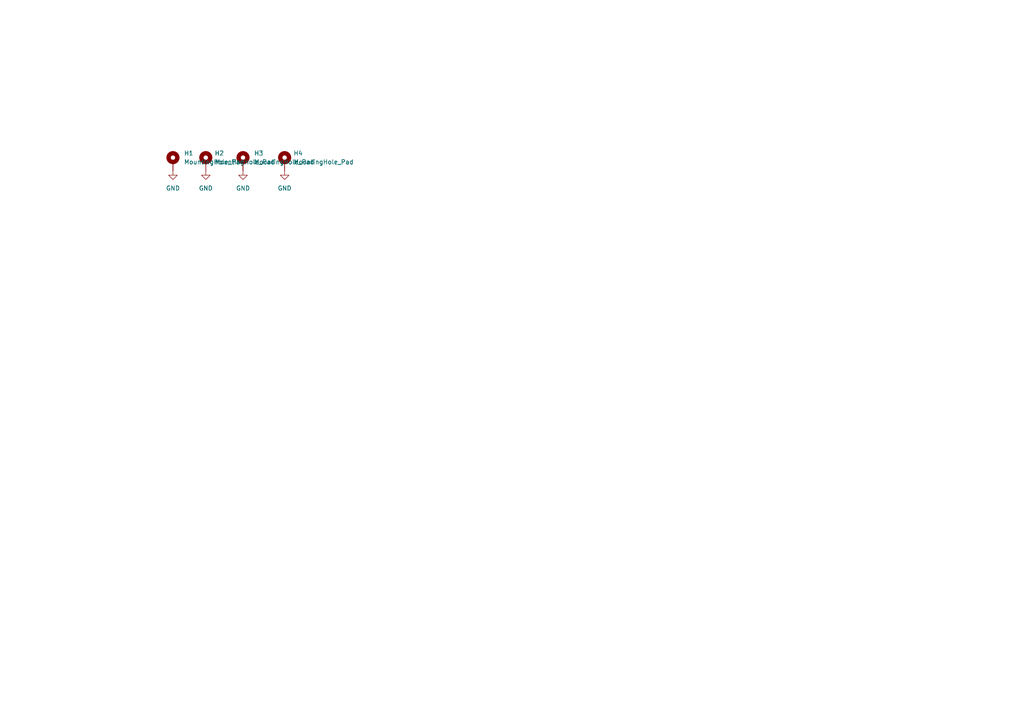
<source format=kicad_sch>
(kicad_sch (version 20211123) (generator eeschema)
  (paper "A4")
  (lib_symbols
    (symbol "Mechanical:MountingHole_Pad" (pin_numbers hide) (pin_names (offset 1.016) hide)
      (property "Reference" "H" (at 0 6.35 0))
      (property "Value" "MountingHole_Pad" (at 0 4.445 0))
      (symbol "MountingHole_Pad_0_1"
        (circle (center 0 1.27) (radius 1.27) (stroke (width 1.27)))
      )
      (symbol "MountingHole_Pad_1_1"
        (pin input line (at 0 -2.54 90) (length 2.54) (name "1") (number "1"))
      )
    )
    (symbol "power:GND" (power) (pin_names (offset 0))
      (property "Value" "GND" (at 0 -3.81 0))
      (symbol "GND_0_1"
        (polyline (pts (xy 0 0) (xy 0 -1.27) (xy 1.27 -1.27) (xy 0 -2.54) (xy -1.27 -1.27) (xy 0 -1.27)))
      )
      (symbol "GND_1_1"
        (pin power_in line (at 0 0 270) (length 0) hide (name "GND") (number "1"))
      )
    )
  )
  (symbol (lib_id "power:GND") (at 70.485 49.53 0) (unit 1)
    (property "Reference" "#PWR037" (effects hide))
    (property "Value" "GND" (at 70.485 54.61 0))
  )
  (symbol (lib_id "Mechanical:MountingHole_Pad") (at 50.165 46.99 0) (unit 1)
    (property "Reference" "H1" (at 53.34 44.4499 0) (effects (justify left)))
    (property "Value" "MountingHole_Pad" (at 53.34 46.9899 0) (effects (justify left)))
    (property "Footprint" "MountingHole:MountingHole_3.2mm_M3_Pad_TopBottom" (effects hide))
  )
  (symbol (lib_id "power:GND") (at 82.55 49.53 0) (unit 1)
    (property "Reference" "#PWR038" (effects hide))
    (property "Value" "GND" (at 82.55 54.61 0))
  )
  (symbol (lib_id "Mechanical:MountingHole_Pad") (at 59.69 46.99 0) (unit 1)
    (property "Reference" "H2" (at 62.23 44.4499 0) (effects (justify left)))
    (property "Value" "MountingHole_Pad" (at 62.23 46.9899 0) (effects (justify left)))
    (property "Footprint" "MountingHole:MountingHole_3.2mm_M3_Pad_TopBottom" (effects hide))
  )
  (symbol (lib_id "Mechanical:MountingHole_Pad") (at 82.55 46.99 0) (unit 1)
    (property "Reference" "H4" (at 85.09 44.4499 0) (effects (justify left)))
    (property "Value" "MountingHole_Pad" (at 85.09 46.9899 0) (effects (justify left)))
    (property "Footprint" "MountingHole:MountingHole_3.2mm_M3_Pad_TopBottom" (effects hide))
  )
  (symbol (lib_id "power:GND") (at 59.69 49.53 0) (unit 1)
    (property "Reference" "#PWR036" (effects hide))
    (property "Value" "GND" (at 59.69 54.61 0))
  )
  (symbol (lib_id "Mechanical:MountingHole_Pad") (at 70.485 46.99 0) (unit 1)
    (property "Reference" "H3" (at 73.66 44.4499 0) (effects (justify left)))
    (property "Value" "MountingHole_Pad" (at 73.66 46.9899 0) (effects (justify left)))
    (property "Footprint" "MountingHole:MountingHole_3.2mm_M3_Pad_TopBottom" (effects hide))
  )
  (symbol (lib_id "power:GND") (at 50.165 49.53 0) (unit 1)
    (property "Reference" "#PWR035" (effects hide))
    (property "Value" "GND" (at 50.165 54.61 0))
  )
)
</source>
